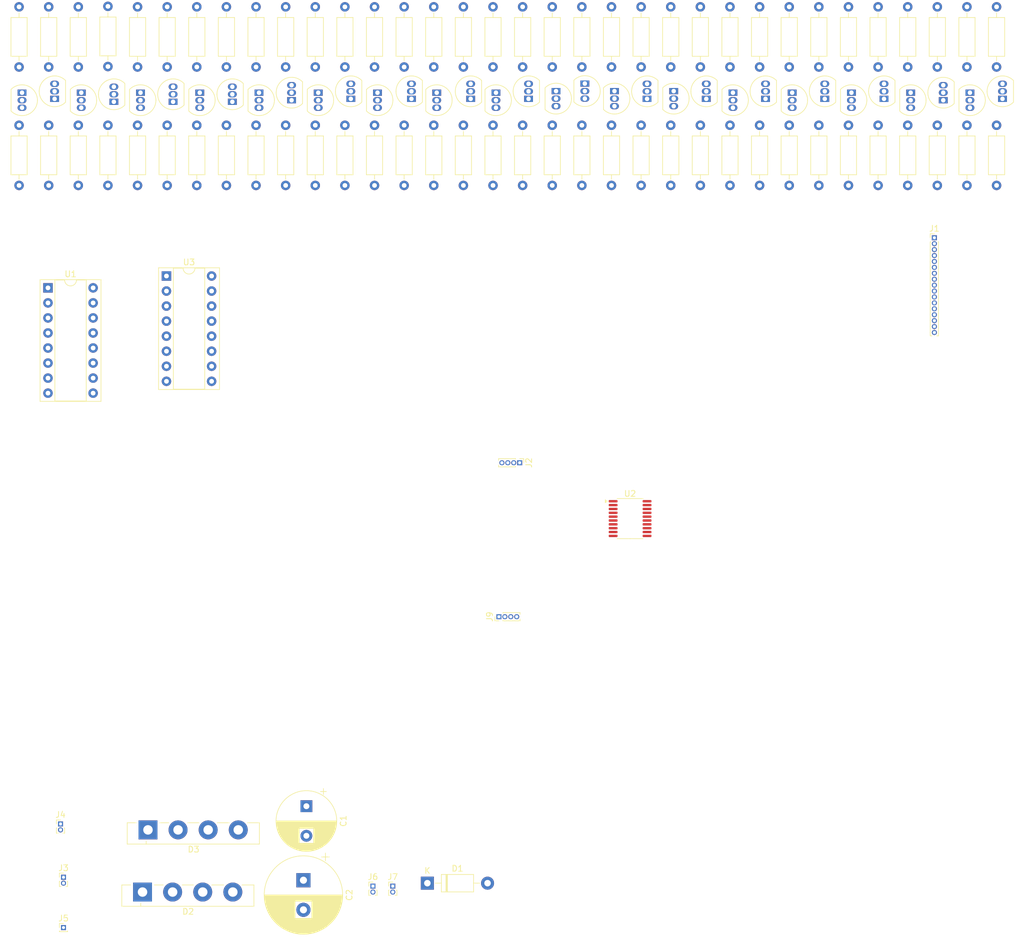
<source format=kicad_pcb>
(kicad_pcb (version 20240108) (generator "pcbnew") (generator_version "8.0")
  (layers (0 "F.Cu" signal) (31 "B.Cu" signal) (34 "B.Paste" user) (35 "F.Paste" user) (36 "B.SilkS" user "B.Silkscreen") (37 "F.SilkS" user "F.Silkscreen") (38 "B.Mask" user) (39 "F.Mask" user) (44 "Edge.Cuts" user))
  (net 0 "")
  (net 1 "+5V")
  (net 2 "GND")
  (net 3 "/SWIO")
  (net 4 "/TX")
  (net 5 "/RX")
  (net 6 "Net-(Q1-C)")
  (net 7 "Net-(Q1-E)")
  (net 8 "Net-(Q2-E)")
  (net 9 "Net-(Q3-C)")
  (net 10 "Net-(Q3-E)")
  (net 11 "Net-(Q4-E)")
  (net 12 "Net-(Q5-E)")
  (net 13 "Net-(Q5-C)")
  (net 14 "Net-(Q6-E)")
  (net 15 "Net-(Q7-C)")
  (net 16 "Net-(Q7-E)")
  (net 17 "Net-(Q8-E)")
  (net 18 "Net-(Q9-E)")
  (net 19 "Net-(Q10-B)")
  (net 20 "Net-(Q10-E)")
  (net 21 "Net-(Q11-C)")
  (net 22 "Net-(Q11-E)")
  (net 23 "Net-(Q12-E)")
  (net 24 "Net-(Q13-C)")
  (net 25 "Net-(Q13-E)")
  (net 26 "Net-(Q14-E)")
  (net 27 "Net-(Q15-E)")
  (net 28 "Net-(Q15-C)")
  (net 29 "Net-(Q16-E)")
  (net 30 "Net-(Q17-E)")
  (net 31 "Net-(Q17-C)")
  (net 32 "Net-(Q18-E)")
  (net 33 "Net-(Q19-E)")
  (net 34 "Net-(Q19-C)")
  (net 35 "Net-(Q20-E)")
  (net 36 "Net-(Q21-C)")
  (net 37 "Net-(Q21-E)")
  (net 38 "Net-(Q22-E)")
  (net 39 "Net-(Q23-C)")
  (net 40 "Net-(Q23-E)")
  (net 41 "Net-(Q24-E)")
  (net 42 "Net-(Q25-E)")
  (net 43 "Net-(Q25-C)")
  (net 44 "Net-(Q26-E)")
  (net 45 "Net-(Q27-C)")
  (net 46 "Net-(Q27-E)")
  (net 47 "Net-(Q28-E)")
  (net 48 "Net-(Q29-E)")
  (net 49 "Net-(Q29-C)")
  (net 50 "Net-(Q30-E)")
  (net 51 "Net-(Q31-E)")
  (net 52 "Net-(Q31-C)")
  (net 53 "Net-(Q32-E)")
  (net 54 "Net-(Q33-C)")
  (net 55 "Net-(Q33-E)")
  (net 56 "Net-(Q34-E)")
  (net 57 "+27V")
  (net 58 "/SER")
  (net 59 "/SRCLK")
  (net 61 "+3.3V")
  (net 63 "/NRST")
  (net 67 "Net-(D2--)")
  (net 68 "Net-(D1-A)")
  (net 69 "Net-(J3-Pin_1)")
  (net 70 "Net-(D2-+)")
  (net 71 "Net-(J3-Pin_2)")
  (net 72 "Net-(J4-Pin_1)")
  (net 73 "Net-(J4-Pin_2)")
  (net 82 "/G_LOW")
  (net 83 "/H_LOW")
  (net 84 "/SEG2_HIGH")
  (net 85 "/SEG3_HIGH")
  (net 86 "/H_HIGH")
  (net 87 "/F_HIGH")
  (net 88 "/B_HIGH")
  (net 89 "/SEG4_HIGH")
  (net 90 "/SEG6_HIGH")
  (net 91 "/SEG1_HIGH")
  (net 92 "/SEG9_HIGH")
  (net 93 "/SEG8_HIGH")
  (net 94 "/C_HIGH")
  (net 95 "/G_HIGH")
  (net 96 "/D_HIGH")
  (net 97 "/SEG5_HIGH")
  (net 98 "/SEG7_HIGH")
  (net 99 "/E_HIGH")
  (net 100 "/A_HIGH")
  (net 101 "/A_LOW")
  (net 102 "/B_LOW")
  (net 103 "/C_LOW")
  (net 104 "/D_LOW")
  (net 105 "/E_LOW")
  (net 106 "/F_LOW")
  (net 107 "/SEG1_LOW")
  (net 108 "/SEG2_LOW")
  (net 109 "/SEG3_LOW")
  (net 110 "/SEG4_LOW")
  (net 111 "/SEG5_LOW")
  (net 112 "/SEG6_LOW")
  (net 113 "/SEG7_LOW")
  (net 114 "/SEG8_LOW")
  (net 115 "/SEG9_LOW")
  (footprint "Resistor_THT:R_Axial_DIN0207_L6.3mm_D2.5mm_P10.16mm_Horizontal" (layer "F.Cu") (at 111.5 16 -90)
    (property "Reference" "R39" (hide yes))
    (property "Value" "100")
    (pad "1" thru_hole circle (at 0 0 270) (size 1.6 1.6) (drill 0.8) (layers "*.Cu" "*.Mask") (net 57 "+27V"))
    (pad "2" thru_hole oval (at 10.16 0 270) (size 1.6 1.6) (drill 0.8) (layers "*.Cu" "*.Mask") (net 35 "Net-(Q20-E)"))
  )
  (footprint "Package_TO_SOT_THT:TO-92_Inline" (layer "F.Cu") (at 107.14 30.23 -90)
    (property "Reference" "Q19" (hide yes))
    (property "Value" "BC237")
    (pad "1" thru_hole rect (at 0 0 270) (size 1.05 1.5) (drill 0.75) (layers "*.Cu" "*.Mask") (net 34 "Net-(Q19-C)"))
    (pad "2" thru_hole oval (at 1.27 0 270) (size 1.05 1.5) (drill 0.75) (layers "*.Cu" "*.Mask") (net 108 "/SEG2_LOW"))
    (pad "3" thru_hole oval (at 2.54 0 270) (size 1.05 1.5) (drill 0.75) (layers "*.Cu" "*.Mask") (net 33 "Net-(Q19-E)"))
  )
  (footprint "Resistor_THT:R_Axial_DIN0207_L6.3mm_D2.5mm_P10.16mm_Horizontal" (layer "F.Cu") (at 131.5 36 -90)
    (property "Reference" "R48" (hide yes))
    (property "Value" "47k")
    (pad "1" thru_hole circle (at 0 0 270) (size 1.6 1.6) (drill 0.8) (layers "*.Cu" "*.Mask") (net 89 "/SEG4_HIGH"))
    (pad "2" thru_hole oval (at 10.16 0 270) (size 1.6 1.6) (drill 0.8) (layers "*.Cu" "*.Mask") (net 2 "GND"))
  )
  (footprint "Connector_PinHeader_1.00mm:PinHeader_1x04_P1.00mm_Vertical" (layer "F.Cu") (at 101 93 -90)
    (property "Reference" "J2" (at 0 -1.56 90) (layer "F.SilkS"))
    (property "Value" "CH32V003 PROG")
    (pad "1" thru_hole rect (at 0 0 270) (size 0.85 0.85) (drill 0.5) (layers "*.Cu" "*.Mask") (net 2 "GND"))
    (pad "2" thru_hole oval (at 0 1 270) (size 0.85 0.85) (drill 0.5) (layers "*.Cu" "*.Mask") (net 63 "/NRST"))
    (pad "3" thru_hole oval (at 0 2 270) (size 0.85 0.85) (drill 0.5) (layers "*.Cu" "*.Mask") (net 3 "/SWIO"))
    (pad "4" thru_hole oval (at 0 3 270) (size 0.85 0.85) (drill 0.5) (layers "*.Cu" "*.Mask") (net 1 "+5V"))
  )
  (footprint "Connector_PinHeader_1.00mm:PinHeader_1x02_P1.00mm_Vertical" (layer "F.Cu") (at 76.23 164.5)
    (property "Reference" "J6" (at 0 -1.56 0) (layer "F.SilkS"))
    (property "Value" "Step-down IN")
    (pad "1" thru_hole rect (at 0 0) (size 0.85 0.85) (drill 0.5) (layers "*.Cu" "*.Mask") (net 67 "Net-(D2--)"))
    (pad "2" thru_hole oval (at 0 1) (size 0.85 0.85) (drill 0.5) (layers "*.Cu" "*.Mask") (net 70 "Net-(D2-+)"))
  )
  (footprint "Resistor_THT:R_Axial_DIN0207_L6.3mm_D2.5mm_P10.16mm_Horizontal" (layer "F.Cu") (at 91.5 16 -90)
    (property "Reference" "R31" (hide yes))
    (property "Value" "100")
    (pad "1" thru_hole circle (at 0 0 270) (size 1.6 1.6) (drill 0.8) (layers "*.Cu" "*.Mask") (net 57 "+27V"))
    (pad "2" thru_hole oval (at 10.16 0 270) (size 1.6 1.6) (drill 0.8) (layers "*.Cu" "*.Mask") (net 29 "Net-(Q16-E)"))
  )
  (footprint "Package_TO_SOT_THT:TO-92_Inline" (layer "F.Cu") (at 177 30.5 -90)
    (property "Reference" "Q33" (hide yes))
    (property "Value" "BC237")
    (pad "1" thru_hole rect (at 0 0 270) (size 1.05 1.5) (drill 0.75) (layers "*.Cu" "*.Mask") (net 54 "Net-(Q33-C)"))
    (pad "2" thru_hole oval (at 1.27 0 270) (size 1.05 1.5) (drill 0.75) (layers "*.Cu" "*.Mask") (net 115 "/SEG9_LOW"))
    (pad "3" thru_hole oval (at 2.54 0 270) (size 1.05 1.5) (drill 0.75) (layers "*.Cu" "*.Mask") (net 55 "Net-(Q33-E)"))
  )
  (footprint "Package_TO_SOT_THT:TO-92_Inline" (layer "F.Cu") (at 32.5 32.04 90)
    (property "Reference" "Q4" (hide yes))
    (property "Value" "BC307")
    (pad "1" thru_hole rect (at 0 0 90) (size 1.05 1.5) (drill 0.75) (layers "*.Cu" "*.Mask") (net 88 "/B_HIGH"))
    (pad "2" thru_hole oval (at 1.27 0 90) (size 1.05 1.5) (drill 0.75) (layers "*.Cu" "*.Mask") (net 9 "Net-(Q3-C)"))
    (pad "3" thru_hole oval (at 2.54 0 90) (size 1.05 1.5) (drill 0.75) (layers "*.Cu" "*.Mask") (net 11 "Net-(Q4-E)"))
  )
  (footprint "Package_TO_SOT_THT:TO-92_Inline" (layer "F.Cu") (at 152.5 31.54 90)
    (property "Reference" "Q28" (hide yes))
    (property "Value" "BC307")
    (pad "1" thru_hole rect (at 0 0 90) (size 1.05 1.5) (drill 0.75) (layers "*.Cu" "*.Mask") (net 90 "/SEG6_HIGH"))
    (pad "2" thru_hole oval (at 1.27 0 90) (size 1.05 1.5) (drill 0.75) (layers "*.Cu" "*.Mask") (net 45 "Net-(Q27-C)"))
    (pad "3" thru_hole oval (at 2.54 0 90) (size 1.05 1.5) (drill 0.75) (layers "*.Cu" "*.Mask") (net 47 "Net-(Q28-E)"))
  )
  (footprint "Resistor_THT:R_Axial_DIN0207_L6.3mm_D2.5mm_P10.16mm_Horizontal" (layer "F.Cu") (at 96.5 36 -90)
    (property "Reference" "R34" (hide yes))
    (property "Value" "4.7k")
    (pad "1" thru_hole circle (at 0 0 270) (size 1.6 1.6) (drill 0.8) (layers "*.Cu" "*.Mask") (net 30 "Net-(Q17-E)"))
    (pad "2" thru_hole oval (at 10.16 0 270) (size 1.6 1.6) (drill 0.8) (layers "*.Cu" "*.Mask") (net 2 "GND"))
  )
  (footprint "Resistor_THT:R_Axial_DIN0207_L6.3mm_D2.5mm_P10.16mm_Horizontal" (layer "F.Cu") (at 171.5 16 -90)
    (property "Reference" "R63" (hide yes))
    (property "Value" "100")
    (pad "1" thru_hole circle (at 0 0 270) (size 1.6 1.6) (drill 0.8) (layers "*.Cu" "*.Mask") (net 57 "+27V"))
    (pad "2" thru_hole oval (at 10.16 0 270) (size 1.6 1.6) (drill 0.8) (layers "*.Cu" "*.Mask") (net 53 "Net-(Q32-E)"))
  )
  (footprint "Resistor_THT:R_Axial_DIN0207_L6.3mm_D2.5mm_P10.16mm_Horizontal" (layer "F.Cu") (at 31.5 15.92 -90)
    (property "Reference" "R7" (hide yes))
    (property "Value" "100")
    (pad "1" thru_hole circle (at 0 0 270) (size 1.6 1.6) (drill 0.8) (layers "*.Cu" "*.Mask") (net 57 "+27V"))
    (pad "2" thru_hole oval (at 10.16 0 270) (size 1.6 1.6) (drill 0.8) (layers "*.Cu" "*.Mask") (net 11 "Net-(Q4-E)"))
  )
  (footprint "Resistor_THT:R_Axial_DIN0207_L6.3mm_D2.5mm_P10.16mm_Horizontal" (layer "F.Cu") (at 176.5 16 -90)
    (property "Reference" "R65" (hide yes))
    (property "Value" "2k")
    (pad "1" thru_hole circle (at 0 0 270) (size 1.6 1.6) (drill 0.8) (layers "*.Cu" "*.Mask") (net 57 "+27V"))
    (pad "2" thru_hole oval (at 10.16 0 270) (size 1.6 1.6) (drill 0.8) (layers "*.Cu" "*.Mask") (net 54 "Net-(Q33-C)"))
  )
  (footprint "Resistor_THT:R_Axial_DIN0207_L6.3mm_D2.5mm_P10.16mm_Horizontal" (layer "F.Cu") (at 51.5 16 -90)
    (property "Reference" "R15" (hide yes))
    (property "Value" "100")
    (pad "1" thru_hole circle (at 0 0 270) (size 1.6 1.6) (drill 0.8) (layers "*.Cu" "*.Mask") (net 57 "+27V"))
    (pad "2" thru_hole oval (at 10.16 0 270) (size 1.6 1.6) (drill 0.8) (layers "*.Cu" "*.Mask") (net 17 "Net-(Q8-E)"))
  )
  (footprint "Package_TO_SOT_THT:TO-92_Inline" (layer "F.Cu") (at 122.5 31.54 90)
    (property "Reference" "Q22" (hide yes))
    (property "Value" "BC307")
    (pad "1" thru_hole rect (at 0 0 90) (size 1.05 1.5) (drill 0.75) (layers "*.Cu" "*.Mask") (net 85 "/SEG3_HIGH"))
    (pad "2" thru_hole oval (at 1.27 0 90) (size 1.05 1.5) (drill 0.75) (layers "*.Cu" "*.Mask") (net 36 "Net-(Q21-C)"))
    (pad "3" thru_hole oval (at 2.54 0 90) (size 1.05 1.5) (drill 0.75) (layers "*.Cu" "*.Mask") (net 38 "Net-(Q22-E)"))
  )
  (footprint "Package_TO_SOT_THT:TO-92_Inline" (layer "F.Cu") (at 72.5 31.54 90)
    (property "Reference" "Q12" (hide yes))
    (property "Value" "BC307")
    (pad "1" thru_hole rect (at 0 0 90) (size 1.05 1.5) (drill 0.75) (layers "*.Cu" "*.Mask") (net 87 "/F_HIGH"))
    (pad "2" thru_hole oval (at 1.27 0 90) (size 1.05 1.5) (drill 0.75) (layers "*.Cu" "*.Mask") (net 21 "Net-(Q11-C)"))
    (pad "3" thru_hole oval (at 2.54 0 90) (size 1.05 1.5) (drill 0.75) (layers "*.Cu" "*.Mask") (net 23 "Net-(Q12-E)"))
  )
  (footprint "Package_TO_SOT_THT:TO-92_Inline" (layer "F.Cu") (at 22.5 31.54 90)
    (property "Reference" "Q2" (hide yes))
    (property "Value" "BC307")
    (pad "1" thru_hole rect (at 0 0 90) (size 1.05 1.5) (drill 0.75) (layers "*.Cu" "*.Mask") (net 100 "/A_HIGH"))
    (pad "2" thru_hole oval (at 1.27 0 90) (size 1.05 1.5) (drill 0.75) (layers "*.Cu" "*.Mask") (net 6 "Net-(Q1-C)"))
    (pad "3" thru_hole oval (at 2.54 0 90) (size 1.05 1.5) (drill 0.75) (layers "*.Cu" "*.Mask") (net 8 "Net-(Q2-E)"))
  )
  (footprint "Resistor_THT:R_Axial_DIN0207_L6.3mm_D2.5mm_P10.16mm_Horizontal" (layer "F.Cu") (at 26.5 36 -90)
    (property "Reference" "R6" (hide yes))
    (property "Value" "4.7k")
    (pad "1" thru_hole circle (at 0 0 270) (size 1.6 1.6) (drill 0.8) (layers "*.Cu" "*.Mask") (net 10 "Net-(Q3-E)"))
    (pad "2" thru_hole oval (at 10.16 0 270) (size 1.6 1.6) (drill 0.8) (layers "*.Cu" "*.Mask") (net 2 "GND"))
  )
  (footprint "Resistor_THT:R_Axial_DIN0207_L6.3mm_D2.5mm_P10.16mm_Horizontal" (layer "F.Cu") (at 141.5 16 -90)
    (property "Reference" "R51" (hide yes))
    (property "Value" "100")
    (pad "1" thru_hole circle (at 0 0 270) (size 1.6 1.6) (drill 0.8) (layers "*.Cu" "*.Mask") (net 57 "+27V"))
    (pad "2" thru_hole oval (at 10.16 0 270) (size 1.6 1.6) (drill 0.8) (layers "*.Cu" "*.Mask") (net 44 "Net-(Q26-E)"))
  )
  (footprint "Package_TO_SOT_THT:TO-92_Inline" (layer "F.Cu") (at 47 30.5 -90)
    (property "Reference" "Q7" (hide yes))
    (property "Value" "BC237")
    (pad "1" thru_hole rect (at 0 0 270) (size 1.05 1.5) (drill 0.75) (layers "*.Cu" "*.Mask") (net 15 "Net-(Q7-C)"))
    (pad "2" thru_hole oval (at 1.27 0 270) (size 1.05 1.5) (drill 0.75) (layers "*.Cu" "*.Mask") (net 104 "/D_LOW"))
    (pad "3" thru_hole oval (at 2.54 0 270) (size 1.05 1.5) (drill 0.75) (layers "*.Cu" "*.Mask") (net 16 "Net-(Q7-E)"))
  )
  (footprint "Resistor_THT:R_Axial_DIN0207_L6.3mm_D2.5mm_P10.16mm_Horizontal" (layer "F.Cu") (at 161.5 16 -90)
    (property "Reference" "R59" (hide yes))
    (property "Value" "100")
    (pad "1" thru_hole circle (at 0 0 270) (size 1.6 1.6) (drill 0.8) (layers "*.Cu" "*.Mask") (net 57 "+27V"))
    (pad "2" thru_hole oval (at 10.16 0 270) (size 1.6 1.6) (drill 0.8) (layers "*.Cu" "*.Mask") (net 50 "Net-(Q30-E)"))
  )
  (footprint "Resistor_THT:R_Axial_DIN0207_L6.3mm_D2.5mm_P10.16mm_Horizontal" (layer "F.Cu") (at 56.5 36 -90)
    (property "Reference" "R18" (hide yes))
    (property "Value" "4.7k")
    (pad "1" thru_hole circle (at 0 0 270) (size 1.6 1.6) (drill 0.8) (layers "*.Cu" "*.Mask") (net 18 "Net-(Q9-E)"))
    (pad "2" thru_hole oval (at 10.16 0 270) (size 1.6 1.6) (drill 0.8) (layers "*.Cu" "*.Mask") (net 2 "GND"))
  )
  (footprint "Package_TO_SOT_THT:TO-92_Inline" (layer "F.Cu") (at 112 28.96 -90)
    (property "Reference" "Q20" (hide yes))
    (property "Value" "BC307")
    (pad "1" thru_hole rect (at 0 0 270) (size 1.05 1.5) (drill 0.75) (layers "*.Cu" "*.Mask") (net 91 "/SEG1_HIGH"))
    (pad "2" thru_hole oval (at 1.27 0 270) (size 1.05 1.5) (drill 0.75) (layers "*.Cu" "*.Mask") (net 34 "Net-(Q19-C)"))
    (pad "3" thru_hole oval (at 2.54 0 270) (size 1.05 1.5) (drill 0.75) (layers "*.Cu" "*.Mask") (net 35 "Net-(Q20-E)"))
  )
  (footprint "Resistor_THT:R_Axial_DIN0207_L6.3mm_D2.5mm_P10.16mm_Horizontal" (layer "F.Cu") (at 126.5 36 -90)
    (property "Reference" "R46" (hide yes))
    (property "Value" "4.7k")
    (pad "1" thru_hole circle (at 0 0 270) (size 1.6 1.6) (drill 0.8) (layers "*.Cu" "*.Mask") (net 40 "Net-(Q23-E)"))
    (pad "2" thru_hole oval (at 10.16 0 270) (size 1.6 1.6) (drill 0.8) (layers "*.Cu" "*.Mask") (net 2 "GND"))
  )
  (footprint "Resistor_THT:R_Axial_DIN0207_L6.3mm_D2.5mm_P10.16mm_Horizontal" (layer "F.Cu") (at 101.5 16 -90)
    (property "Reference" "R35" (hide yes))
    (property "Value" "100")
    (pad "1" thru_hole circle (at 0 0 270) (size 1.6 1.6) (drill 0.8) (layers "*.Cu" "*.Mask") (net 57 "+27V"))
    (pad "2" thru_hole oval (at 10.16 0 270) (size 1.6 1.6) (drill 0.8) (layers "*.Cu" "*.Mask") (net 32 "Net-(Q18-E)"))
  )
  (footprint "Resistor_THT:R_Axial_DIN0207_L6.3mm_D2.5mm_P10.16mm_Horizontal" (layer "F.Cu") (at 71.5 16 -90)
    (property "Reference" "R23" (hide yes))
    (property "Value" "100")
    (pad "1" thru_hole circle (at 0 0 270) (size 1.6 1.6) (drill 0.8) (layers "*.Cu" "*.Mask") (net 57 "+27V"))
    (pad "2" thru_hole oval (at 10.16 0 270) (size 1.6 1.6) (drill 0.8) (layers "*.Cu" "*.Mask") (net 23 "Net-(Q12-E)"))
  )
  (footprint "Package_TO_SOT_THT:TO-92_Inline" (layer "F.Cu") (at 92.73 31.54 90)
    (property "Reference" "Q16" (hide yes))
    (property "Value" "BC307")
    (pad "1" thru_hole rect (at 0 0 90) (size 1.05 1.5) (drill 0.75) (layers "*.Cu" "*.Mask") (net 86 "/H_HIGH"))
    (pad "2" thru_hole oval (at 1.27 0 90) (size 1.05 1.5) (drill 0.75) (layers "*.Cu" "*.Mask") (net 28 "Net-(Q15-C)"))
    (pad "3" thru_hole oval (at 2.54 0 90) (size 1.05 1.5) (drill 0.75) (layers "*.Cu" "*.Mask") (net 29 "Net-(Q16-E)"))
  )
  (footprint "Connector_PinHeader_1.00mm:PinHeader_1x17_P1.00mm_Vertical" (layer "F.Cu") (at 171 55)
    (property "Reference" "J1" (at 0 -1.56 0) (layer "F.SilkS"))
    (property "Value" "Grids and Anodes")
    (pad "1" thru_hole rect (at 0 0) (size 0.85 0.85) (drill 0.5) (layers "*.Cu" "*.Mask") (net 92 "/SEG9_HIGH"))
    (pad "2" thru_hole oval (at 0 1) (size 0.85 0.85) (drill 0.5) (layers "*.Cu" "*.Mask") (net 93 "/SEG8_HIGH"))
    (pad "3" thru_hole oval (at 0 2) (size 0.85 0.85) (drill 0.5) (layers "*.Cu" "*.Mask") (net 98 "/SEG7_HIGH"))
    (pad "4" thru_hole oval (at 0 3) (size 0.85 0.85) (drill 0.5) (layers "*.Cu" "*.Mask") (net 90 "/SEG6_HIGH"))
    (pad "5" thru_hole oval (at 0 4) (size 0.85 0.85) (drill 0.5) (layers "*.Cu" "*.Mask") (net 97 "/SEG5_HIGH"))
    (pad "6" thru_hole oval (at 0 5) (size 0.85 0.85) (drill 0.5) (layers "*.Cu" "*.Mask") (net 89 "/SEG4_HIGH"))
    (pad "7" thru_hole oval (at 0 6) (size 0.85 0.85) (drill 0.5) (layers "*.Cu" "*.Mask") (net 85 "/SEG3_HIGH"))
    (pad "8" thru_hole oval (at 0 7) (size 0.85 0.85) (drill 0.5) (layers "*.Cu" "*.Mask") (net 84 "/SEG2_HIGH"))
    (pad "9" thru_hole oval (at 0 8) (size 0.85 0.85) (drill 0.5) (layers "*.Cu" "*.Mask") (net 91 "/SEG1_HIGH"))
    (pad "10" thru_hole oval (at 0 9) (size 0.85 0.85) (drill 0.5) (layers "*.Cu" "*.Mask") (net 100 "/A_HIGH"))
    (pad "11" thru_hole oval (at 0 10) (size 0.85 0.85) (drill 0.5) (layers "*.Cu" "*.Mask") (net 88 "/B_HIGH"))
    (pad "12" thru_hole oval (at 0 11) (size 0.85 0.85) (drill 0.5) (layers "*.Cu" "*.Mask") (net 94 "/C_HIGH"))
    (pad "13" thru_hole oval (at 0 12) (size 0.85 0.85) (drill 0.5) (layers "*.Cu" "*.Mask") (net 96 "/D_HIGH"))
    (pad "14" thru_hole oval (at 0 13) (size 0.85 0.85) (drill 0.5) (layers "*.Cu" "*.Mask") (net 99 "/E_HIGH"))
    (pad "15" thru_hole oval (at 0 14) (size 0.85 0.85) (drill 0.5) (layers "*.Cu" "*.Mask") (net 87 "/F_HIGH"))
    (pad "16" thru_hole oval (at 0 15) (size 0.85 0.85) (drill 0.5) (layers "*.Cu" "*.Mask") (net 95 "/G_HIGH"))
    (pad "17" thru_hole oval (at 0 16) (size 0.85 0.85) (drill 0.5) (layers "*.Cu" "*.Mask") (net 86 "/H_HIGH"))
  )
  (footprint "Connector_PinHeader_1.00mm:PinHeader_1x04_P1.00mm_Vertical" (layer "F.Cu") (at 97.5 119 90)
    (property "Reference" "J9" (at 0 -1.56 90) (layer "F.SilkS"))
    (property "Value" "GPS Header")
    (pad "1" thru_hole rect (at 0 0 90) (size 0.85 0.85) (drill 0.5) (layers "*.Cu" "*.Mask") (net 1 "+5V"))
    (pad "2" thru_hole oval (at 0 1 90) (size 0.85 0.85) (drill 0.5) (layers "*.Cu" "*.Mask") (net 5 "/RX"))
    (pad "3" thru_hole oval (at 0 2 90) (size 0.85 0.85) (drill 0.5) (layers "*.Cu" "*.Mask") (net 4 "/TX"))
    (pad "4" thru_hole oval (at 0 3 90) (size 0.85 0.85) (drill 0.5) (layers "*.Cu" "*.Mask") (net 2 "GND"))
  )
  (footprint "Package_TO_SOT_THT:TO-92_Inline" (layer "F.Cu") (at 167 30.5 -90)
    (property "Reference" "Q31" (hide yes))
    (property "Value" "BC237")
    (pad "1" thru_hole rect (at 0 0 270) (size 1.05 1.5) (drill 0.75) (layers "*.Cu" "*.Mask") (net 52 "Net-(Q31-C)"))
    (pad "2" thru_hole oval (at 1.27 0 270) (size 1.05 1.5) (drill 0.75) (layers "*.Cu" "*.Mask") (net 114 "/SEG8_LOW"))
    (pad "3" thru_hole oval (at 2.54 0 270) (size 1.05 1.5) (drill 0.75) (layers "*.Cu" "*.Mask") (net 51 "Net-(Q31-E)"))
  )
  (footprint "Resistor_THT:R_Axial_DIN0207_L6.3mm_D2.5mm_P10.16mm_Horizontal" (layer "F.Cu") (at 181.5 16 -90)
    (property "Reference" "R67" (hide yes))
    (property "Value" "100")
    (pad "1" thru_hole circle (at 0 0 270) (size 1.6 1.6) (drill 0.8) (layers "*.Cu" "*.Mask") (net 57 "+27V"))
    (pad "2" thru_hole oval (at 10.16 0 270) (size 1.6 1.6) (drill 0.8) (layers "*.Cu" "*.Mask") (net 56 "Net-(Q34-E)"))
  )
  (footprint "Resistor_THT:R_Axial_DIN0207_L6.3mm_D2.5mm_P10.16mm_Horizontal" (layer "F.Cu") (at 136.5 16 -90)
    (property "Reference" "R49" (hide yes))
    (property "Value" "2k")
    (pad "1" thru_hole circle (at 0 0 270) (size 1.6 1.6) (drill 0.8) (layers "*.Cu" "*.Mask") (net 57 "+27V"))
    (pad "2" thru_hole oval (at 10.16 0 270) (size 1.6 1.6) (drill 0.8) (layers "*.Cu" "*.Mask") (net 43 "Net-(Q25-C)"))
  )
  (footprint "Resistor_THT:R_Axial_DIN0207_L6.3mm_D2.5mm_P10.16mm_Horizontal" (layer "F.Cu") (at 106.5 36 -90)
    (property "Reference" "R38" (hide yes))
    (property "Value" "4.7k")
    (pad "1" thru_hole circle (at 0 0 270) (size 1.6 1.6) (drill 0.8) (layers "*.Cu" "*.Mask") (net 33 "Net-(Q19-E)"))
    (pad "2" thru_hole oval (at 10.16 0 270) (size 1.6 1.6) (drill 0.8) (layers "*.Cu" "*.Mask") (net 2 "GND"))
  )
  (footprint "Resistor_THT:R_Axial_DIN0207_L6.3mm_D2.5mm_P10.16mm_Horizontal" (layer "F.Cu") (at 41.5 16 -90)
    (property "Reference" "R11" (hide yes))
    (property "Value" "100")
    (pad "1" thru_hole circle (at 0 0 270) (size 1.6 1.6) (drill 0.8) (layers "*.Cu" "*.Mask") (net 57 "+27V"))
    (pad "2" thru_hole oval (at 10.16 0 270) (size 1.6 1.6) (drill 0.8) (layers "*.Cu" "*.Mask") (net 14 "Net-(Q6-E)"))
  )
  (footprint "Resistor_THT:R_Axial_DIN0207_L6.3mm_D2.5mm_P10.16mm_Horizontal" (layer "F.Cu") (at 156.5 36 -90)
    (property "Reference" "R58" (hide yes))
    (property "Value" "4.7k")
    (pad "1" thru_hole circle (at 0 0 270) (size 1.6 1.6) (drill 0.8) (layers "*.Cu" "*.Mask") (net 48 "Net-(Q29-E)"))
    (pad "2" thru_hole oval (at 10.16 0 270) (size 1.6 1.6) (drill 0.8) (layers "*.Cu" "*.Mask") (net 2 "GND"))
  )
  (footprint "Resistor_THT:R_Axial_DIN0207_L6.3mm_D2.5mm_P10.16mm_Horizontal" (layer "F.Cu") (at 16.5 36 -90)
    (property "Reference" "R3" (hide yes))
    (property "Value" "4.7k")
    (pad "1" thru_hole circle (at 0 0 270) (size 1.6 1.6) (drill 0.8) (layers "*.Cu" "*.Mask") (net 7 "Net-(Q1-E)"))
    (pad "2" thru_hole oval (at 10.16 0 270) (size 1.6 1.6) (drill 0.8) (layers "*.Cu" "*.Mask") (net 2 "GND"))
  )
  (footprint "Resistor_THT:R_Axial_DIN0207_L6.3mm_D2.5mm_P10.16mm_Horizontal" (layer "F.Cu") (at 126.5 16 -90)
    (property "Reference" "R45" (hide yes))
    (property "Value" "2k")
    (pad "1" thru_hole circle (at 0 0 270) (size 1.6 1.6) (drill 0.8) (layers "*.Cu" "*.Mask") (net 57 "+27V"))
    (pad "2" thru_hole oval (at 10.16 0 270) (size 1.6 1.6) (drill 0.8) (layers "*.Cu" "*.Mask") (net 39 "Net-(Q23-C)"))
  )
  (footprint "Resistor_THT:R_Axial_DIN0207_L6.3mm_D2.5mm_P10.16mm_Horizontal" (layer "F.Cu") (at 21.5 36 -90)
    (property "Reference" "R4" (hide yes))
    (property "Value" "47k")
    (pad "1" thru_hole circle (at 0 0 270) (size 1.6 1.6) (drill 0.8) (layers "*.Cu" "*.Mask") (net 100 "/A_HIGH"))
    (pad "2" thru_hole oval (at 10.16 0 270) (size 1.6 1.6) (drill 0.8) (layers "*.Cu" "*.Mask") (net 2 "GND"))
  )
  (footprint "Resistor_THT:R_Axial_DIN0207_L6.3mm_D2.5mm_P10.16mm_Horizontal" (layer "F.Cu") (at 91.5 46.16 90)
    (property "Reference" "R32" (hide yes))
    (property "Value" "47k")
    (pad "1" thru_hole circle (at 0 0 90) (size 1.6 1.6) (drill 0.8) (layers "*.Cu" "*.Mask") (net 86 "/H_HIGH"))
    (pad "2" thru_hole oval (at 10.16 0 90) (size 1.6 1.6) (drill 0.8) (layers "*.Cu" "*.Mask") (net 2 "GND"))
  )
  (footprint "Package_TO_SOT_THT:TO-92_Inline" (layer "F.Cu") (at 142.5 31.54 90)
    (property "Reference" "Q26" (hide yes))
    (property "Value" "BC307")
    (pad "1" thru_hole rect (at 0 0 90) (size 1.05 1.5) (drill 0.75) (layers "*.Cu" "*.Mask") (net 97 "/SEG5_HIGH"))
    (pad "2" thru_hole oval (at 1.27 0 90) (size 1.05 1.5) (drill 0.75) (layers "*.Cu" "*.Mask") (net 43 "Net-(Q25-C)"))
    (pad "3" thru_hole oval (at 2.54 0 90) (size 1.05 1.5) (drill 0.75) (layers "*.Cu" "*.Mask") (net 44 "Net-(Q26-E)"))
  )
  (footprint "Resistor_THT:R_Axial_DIN0207_L6.3mm_D2.5mm_P10.16mm_Horizontal" (layer "F.Cu") (at 66.5 36 -90)
    (property "Reference" "R22" (hide yes))
    (property "Value" "4.7k")
    (pad "1" thru_hole circle (at 0 0 270) (size 1.6 1.6) (drill 0.8) (layers "*.Cu" "*.Mask") (net 22 "Net-(Q11-E)"))
    (pad "2" thru_hole oval (at 10.16 0 270) (size 1.6 1.6) (drill 0.8) (layers "*.Cu" "*.Mask") (net 2 "GND"))
  )
  (footprint "Package_TO_SOT_THT:TO-92_Inline" (layer "F.Cu") (at 82.73 31.54 90)
    (property "Reference" "Q14" (hide yes))
    (property "Value" "BC307")
    (pad "1" thru_hole rect (at 0 0 90) (size 1.05 1.5) (drill 0.75) (layers "*.Cu" "*.Mask") (net 95 "/G_HIGH"))
    (pad "2" thru_hole oval (at 1.27 0 90) (size 1.05 1.5) (drill 0.75) (layers "*.Cu" "*.Mask") (net 24 "Net-(Q13-C)"))
    (pad "3" thru_hole oval (at 2.54 0 90) (size 1.05 1.5) (drill 0.75) (layers "*.Cu" "*.Mask") (net 26 "Net-(Q14-E)"))
  )
  (footprint "Package_TO_SOT_THT:TO-92_Inline" (layer "F.Cu") (at 137 30.5 -90)
    (property "Reference" "Q25" (hide yes))
    (property "Value" "BC237")
    (pad "1" thru_hole rect (at 0 0 270) (size 1.05 1.5) (drill 0.75) (layers "*.Cu" "*.Mask") (net 43 "Net-(Q25-C)"))
    (pad "2" thru_hole oval (at 1.27 0 270) (size 1.05 1.5) (drill 0.75) (layers "*.Cu" "*.Mask") (net 111 "/SEG5_LOW"))
    (pad "3" thru_hole oval (at 2.54 0 270) (size 1.05 1.5) (drill 0.75) (layers "*.Cu" "*.Mask") (net 42 "Net-(Q25-E)"))
  )
  (footprint "Package_TO_SOT_THT:TO-92_Inline" (layer "F.Cu") (at 162.5 31.54 90)
    (property "Reference" "Q30" (hide yes))
    (property "Value" "BC307")
    (pad "1" thru_hole rect (at 0 0 90) (size 1.05 1.5) (drill 0.75) (layers "*.Cu" "*.Mask") (net 98 "/SEG7_HIGH"))
    (pad "2" thru_hole oval (at 1.27 0 90) (size 1.05 1.5) (drill 0.75) (layers "*.Cu" "*.Mask") (net 49 "Net-(Q29-C)"))
    (pad "3" thru_hole oval (at 2.54 0 90) (size 1.05 1.5) (drill 0.75) (layers "*.Cu" "*.Mask") (net 50 "Net-(Q30-E)"))
  )
  (footprint "Connector_PinHeader_1.00mm:PinHeader_1x02_P1.00mm_Vertical" (layer "F.Cu") (at 24 163)
    (property "Reference" "J3" (at 0 -1.56 0) (layer "F.SilkS"))
    (property "Value" "AC 15V")
    (pad "1" thru_hole rect (at 0 0) (size 0.85 0.85) (drill 0.5) (layers "*.Cu" "*.Mask") (net 69 "Net-(J3-Pin_1)"))
    (pad "2" thru_hole oval (at 0 1) (size 0.85 0.85) (drill 0.5) (layers "*.Cu" "*.Mask") (net 71 "Net-(J3-Pin_2)"))
  )
  (footprint "Resistor_THT:R_Axial_DIN0207_L6.3mm_D2.5mm_P10.16mm_Horizontal" (layer "F.Cu") (at 41.5 36 -90)
    (property "Reference" "R12" (hide yes))
    (property "Value" "47k")
    (pad "1" thru_hole circle (at 0 0 270) (size 1.6 1.6) (drill 0.8) (layers "*.Cu" "*.Mask") (net 94 "/C_HIGH"))
    (pad "2" thru_hole oval (at 10.16 0 270) (size 1.6 1.6) (drill 0.8) (layers "*.Cu" "*.Mask") (net 2 "GND"))
  )
  (footprint "Resistor_THT:R_Axial_DIN0207_L6.3mm_D2.5mm_P10.16mm_Horizontal" (layer "F.Cu") (at 156.5 16 -90)
    (property "Reference" "R57" (hide yes))
    (property "Value" "2k")
    (pad "1" thru_hole circle (at 0 0 270) (size 1.6 1.6) (drill 0.8) (layers "*.Cu" "*.Mask") (net 57 "+27V"))
    (pad "2" thru_hole oval (at 10.16 0 270) (size 1.6 1.6) (drill 0.8) (layers "*.Cu" "*.Mask") (net 49 "Net-(Q29-C)"))
  )
  (footprint "Resistor_THT:R_Axial_DIN0207_L6.3mm_D2.5mm_P10.16mm_Horizontal" (layer "F.Cu") (at 76.5 36 -90)
    (property "Reference" "R26" (hide yes))
    (property "Value" "4.7k")
    (pad "1" thru_hole circle (at 0 0 270) (size 1.6 1.6) (drill 0.8) (layers "*.Cu" "*.Mask") (net 25 "Net-(Q13-E)"))
    (pad "2" thru_hole oval (at 10.16 0 270) (size 1.6 1.6) (drill 0.8) (layers "*.Cu" "*.Mask") (net 2 "GND"))
  )
  (footprint "Connector_PinHeader_1.00mm:PinHeader_1x02_P1.00mm_Vertical" (layer "F.Cu") (at 23.5 154)
    (property "Reference" "J4" (at 0 -1.56 0) (layer "F.SilkS"))
    (property "Value" "AC 27V")
    (pad "1" thru_hole rect (at 0 0) (size 0.85 0.85) (drill 0.5) (layers "*.Cu" "*.Mask") (net 72 "Net-(J4-Pin_1)"))
    (pad "2" thru_hole oval (at 0 1) (size 0.85 0.85) (drill 0.5) (layers "*.Cu" "*.Mask") (net 73 "Net-(J4-Pin_2)"))
  )
  (footprint "Resistor_THT:R_Axial_DIN0207_L6.3mm_D2.5mm_P10.16mm_Horizontal" (layer "F.Cu") (at 121.5 36 -90)
    (property "Reference" "R44" (hide yes))
    (property "Value" "47k")
    (pad "1" thru_hole circle (at 0 0 270) (size 1.6 1.6) (drill 0.8) (layers "*.Cu" "*.Mask") (net 85 "/SEG3_HIGH"))
    (pad "2" thru_hole oval (at 10.16 0 270) (size 1.6 1.6) (drill 0.8) (layers "*.Cu" "*.Mask") (net 2 "GND"))
  )
  (footprint "Resistor_THT:R_Axial_DIN0207_L6.3mm_D2.5mm_P10.16mm_Horizontal" (layer "F.Cu") (at 16.5 16 -90)
    (property "Reference" "R1" (hide yes))
    (property "Value" "2k")
    (pad "1" thru_hole circle (at 0 0 270) (size 1.6 1.6) (drill 0.8) (layers "*.Cu" "*.Mask") (net 57 "+27V"))
    (pad "2" thru_hole oval (at 10.16 0 270) (size 1.6 1.6) (drill 0.8) (layers "*.Cu" "*.Mask") (net 6 "Net-(Q1-C)"))
  )
  (footprint "Package_TO_SOT_THT:TO-92_Inline" (layer "F.Cu") (at 87 30.5 -90)
    (property "Reference" "Q15" (hide yes))
    (property "Value" "BC237")
    (pad "1" thru_hole rect (at 0 0 270) (size 1.05 1.5) (drill 0.75) (layers "*.Cu" "*.Mask") (net 28 "Net-(Q15-C)"))
    (pad "2" thru_hole oval (at 1.27 0 270) (size 1.05 1.5) (drill 0.75) (layers "*.Cu" "*.Mask") (net 83 "/H_LOW"))
    (pad "3" thru_hole oval (at 2.54 0 270) (size 1.05 1.5) (drill 0.75) (layers "*.Cu" "*.Mask") (net 27 "Net-(Q15-E)"))
  )
  (footprint "Resistor_THT:R_Axial_DIN0207_L6.3mm_D2.5mm_P10.16mm_Horizontal" (layer "F.Cu") (at 131.5 16 -90)
    (property "Reference" "R47" (hide yes))
    (property "Value" "100")
    (pad "1" thru_hole circle (at 0 0 270) (size 1.6 1.6) (drill 0.8) (layers "*.Cu" "*.Mask") (net 57 "+27V"))
    (pad "2" thru_hole oval (at 10.16 0 270) (size 1.6 1.6) (drill 0.8) (layers "*.Cu" "*.Mask") (net 41 "Net-(Q24-E)"))
  )
  (footprint "Resistor_THT:R_Axial_DIN0207_L6.3mm_D2.5mm_P10.16mm_Horizontal" (layer "F.Cu") (at 176.5 36 -90)
    (property "Reference" "R66" (hide yes))
    (property "Value" "4.7k")
    (pad "1" thru_hole circle (at 0 0 270) (size 1.6 1.6) (drill 0.8) (layers "*.Cu" "*.Mask") (net 55 "Net-(Q33-E)"))
    (pad "2" thru_hole oval (at 10.16 0 270) (size 1.6 1.6) (drill 0.8) (layers "*.Cu" "*.Mask") (net 2 "GND"))
  )
  (footprint "Resistor_THT:R_Axial_DIN0207_L6.3mm_D2.5mm_P10.16mm_Horizontal" (layer "F.Cu") (at 81.5 16 -90)
    (property "Reference" "R27" (hide yes))
    (property "Value" "100")
    (pad "1" thru_hole circle (at 0 0 270) (size 1.6 1.6) (drill 0.8) (layers "*.Cu" "*.Mask") (net 57 "+27V"))
    (pad "2" thru_hole oval (at 10.16 0 270) (size 1.6 1.6) (drill 0.8) (layers "*.Cu" "*.Mask") (net 26 "Net-(Q14-E)"))
  )
  (footprint "Resistor_THT:R_Axial_DIN0207_L6.3mm_D2.5mm_P10.16mm_Horizontal" (layer "F.Cu") (at 146.5 16 -90)
    (property "Reference" "R53" (hide yes))
    (property "Value" "2k")
    (pad "1" thru_hole circle (at 0 0 270) (size 1.6 1.6) (drill 0.8) (layers "*.Cu" "*.Mask") (net 57 "+27V"))
    (pad "2" thru_hole oval (at 10.16 0 270) (size 1.6 1.6) (drill 0.8) (layers "*.Cu" "*.Mask") (net 45 "Net-(Q27-C)"))
  )
  (footprint "Resistor_THT:R_Axial_DIN0207_L6.3mm_D2.5mm_P10.16mm_Horizontal" (layer "F.Cu") (at 56.5 16 -90)
    (property "Reference" "R17" (hide yes))
    (property "Value" "2k")
    (pad "1" thru_hole circle (at 0 0 270) (size 1.6 1.6) (drill 0.8) (layers "*.Cu" "*.Mask") (net 57 "+27V"))
    (pad "2" thru_hole oval (at 10.16 0 270) (size 1.6 1.6) (drill 0.8) (layers "*.Cu" "*.Mask") (net 19 "Net-(Q10-B)"))
  )
  (footprint "Resistor_THT:R_Axial_DIN0207_L6.3mm_D2.5mm_P10.16mm_Horizontal" (layer "F.Cu") (at 166.5 16 -90)
    (property "Reference" "R61" (hide yes))
    (property "Value" "2k")
    (pad "1" thru_hole circle (at 0 0 270) (size 1.6 1.6) (drill 0.8) (layers "*.Cu" "*.Mask") (net 57 "+27V"))
    (pad "2" thru_hole oval (at 10.16 0 270) (size 1.6 1.6) (drill 0.8) (layers "*.Cu" "*.Mask") (net 52 "Net-(Q31-C)"))
  )
  (footprint "Resistor_THT:R_Axial_DIN0207_L6.3mm_D2.5mm_P10.16mm_Horizontal" (layer "F.Cu") (at 136.5 36 -90)
    (property "Reference" "R50" (hide yes))
    (property "Value" "4.7k")
    (pad "1" thru_hole circle (at 0 0 270) (size 1.6 1.6) (drill 0.8) (layers "*.Cu" "*.Mask") (net 42 "Net-(Q25-E)"))
    (pad "2" thru_hole oval (at 10.16 0 270) (size 1.6 1.6) (drill 0.8) (layers "*.Cu" "*.Mask") (net 2 "GND"))
  )
  (footprint "Resistor_THT:R_Axial_DIN0207_L6.3mm_D2.5mm_P10.16mm_Horizontal" (layer "F.Cu") (at 26.5 16 -90)
    (property "Reference" "R5" (hide yes))
    (property "Value" "2k")
    (pad "1" thru_hole circle (at 0 0 270) (size 1.6 1.6) (drill 0.8) (layers "*.Cu" "*.Mask") (net 57 "+27V"))
    (pad "2" thru_hole oval (at 10.16 0 270) (size 1.6 1.6) (drill 0.8) (layers "*.Cu" "*.Mask") (net 9 "Net-(Q3-C)"))
  )
  (footprint "Resistor_THT:R_Axial_DIN0207_L6.3mm_D2.5mm_P10.16mm_Horizontal" (layer "F.Cu") (at 96.5 16 -90)
    (property "Reference" "R33" (hide yes))
    (property "Value" "2k")
    (pad "1" thru_hole circle (at 0 0 270) (size 1.6 1.6) (drill 0.8) (layers "*.Cu" "*.Mask") (net 57 "+27V"))
    (pad "2" thru_hole oval (at 10.16 0 270) (size 1.6 1.6) (drill 0.8) (layers "*.Cu" "*.Mask") (net 31 "Net-(Q17-C)"))
  )
  (footprint "Resistor_THT:R_Axial_DIN0207_L6.3mm_D2.5mm_P10.16mm_Horizontal" (layer "F.Cu") (at 71.5 36 -90)
    (property "Reference" "R24" (hide yes))
    (property "Value" "47k")
    (pad "1" thru_hole circle (at 0 0 270) (size 1.6 1.6) (drill 0.8) (layers "*.Cu" "*.Mask") (net 87 "/F_HIGH"))
    (pad "2" thru_hole oval (at 10.16 0 270) (size 1.6 1.6) (drill 0.8) (layers "*.Cu" "*.Mask") (net 2 "GND"))
  )
  (footprint "Package_TO_SOT_THT:TO-92_Inline" (layer "F.Cu") (at 27 30.5 -90)
    (property "Reference" "Q3" (hide yes))
    (property "Value" "BC237")
    (pad "1" thru_hole rect (at 0 0 270) (size 1.05 1.5) (drill 0.75) (layers "*.Cu" "*.Mask") (net 9 "Net-(Q3-C)"))
    (pad "2" thru_hole oval (at 1.27 0 270) (size 1.05 1.5) (drill 0.75) (layers "*.Cu" "*.Mask") (net 102 "/B_LOW"))
    (pad "3" thru_hole oval (at 2.54 0 270) (size 1.05 1.5) (drill 0.75) (layers "*.Cu" "*.Mask") (net 10 "Net-(Q3-E)"))
  )
  (footprint "Resistor_THT:R_Axial_DIN0207_L6.3mm_D2.5mm_P10.16mm_Horizontal" (layer "F.Cu") (at 116.5 36 -90)
    (property "Reference" "R42" (hide yes))
    (property "Value" "4.7k")
    (pad "1" thru_hole circle (at 0 0 270) (size 1.6 1.6) (drill 0.8) (layers "*.Cu" "*.Mask") (net 37 "Net-(Q21-E)"))
    (pad "2" thru_hole oval (at 10.16 0 270) (size 1.6 1.6) (drill 0.8) (layers "*.Cu" "*.Mask") (net 2 "GND"))
  )
  (footprint "Resistor_THT:R_Axial_DIN0207_L6.3mm_D2.5mm_P10.16mm_Horizontal" (layer "F.Cu") (at 61.5 36 -90)
    (property "Reference" "R20" (hide yes))
    (property "Value" "47k")
    (pad "1" thru_hole circle (at 0 0 270) (size 1.6 1.6) (drill 0.8) (layers "*.Cu" "*.Mask") (net 99 "/E_HIGH"))
    (pad "2" thru_hole oval (at 10.16 0 270) (size 1.6 1.6) (drill 0.8) (layers "*.Cu" "*.Mask") (net 2 "GND"))
  )
  (footprint "Package_TO_SOT_THT:TO-92_Inline" (layer "F.Cu") (at 132.5 31.54 90)
    (property "Reference" "Q24" (hide yes))
    (property "Value" "BC307")
    (pad "1" thru_hole rect (at 0 0 90) (size 1.05 1.5) (drill 0.75) (layers "*.Cu" "*.Mask") (net 89 "/SEG4_HIGH"))
    (pad "2" thru_hole oval (at 1.27 0 90) (size 1.05 1.5) (drill 0.75) (layers "*.Cu" "*.Mask") (net 39 "Net-(Q23-C)"))
    (pad "3" thru_hole oval (at 2.54 0 90) (size 1.05 1.5) (drill 0.75) (layers "*.Cu" "*.Mask") (net 41 "Net-(Q24-E)"))
  )
  (footprint "Diode_THT:Diode_Bridge_Vishay_GBU" (layer "F.Cu") (at 37.34 165.5)
    (property "Reference" "D2" (at 7.7 3.3 0) (layer "F.SilkS"))
    (property "Value" "GBU4M")
    (pad "1" thru_hole rect (at 0 0) (size 3.2 3.2) (drill 1.6) (layers "*.Cu" "*.Mask") (net 70 "Net-(D2-+)"))
    (pad "2" thru_hole circle (at 5.08 0) (size 3.2 3.2) (drill 1.6) (layers "*.Cu" "*.Mask") (net 69 "Net-(J3-Pin_1)"))
    (pad "3" thru_hole circle (at 10.16 0) (size 3.2 3.2) (drill 1.6) (layers "*.Cu" "*.Mask") (net 71 "Net-(J3-Pin_2)"))
    (pad "4" thru_hole circle (at 15.24 0) (size 3.2 3.2) (drill 1.6) (layers "*.Cu" "*.Mask") (net 67 "Net-(D2--)"))
  )
  (footprint "Package_TO_SOT_THT:TO-92_Inline" (layer "F.Cu") (at 37 30.5 -90)
    (property "Reference" "Q5" (hide yes))
    (property "Value" "BC237")
    (pad "1" thru_hole rect (at 0 0 270) (size 1.05 1.5) (drill 0.75) (layers "*.Cu" "*.Mask") (net 13 "Net-(Q5-C)"))
    (pad "2" thru_hole oval (at 1.27 0 270) (size 1.05 1.5) (drill 0.75) (layers "*.Cu" "*.Mask") (net 103 "/C_LOW"))
    (pad "3" thru_hole oval (at 2.54 0 270) (size 1.05 1.5) (drill 0.75) (layers "*.Cu" "*.Mask") (net 12 "Net-(Q5-E)"))
  )
  (footprint "Resistor_THT:R_Axial_DIN0207_L6.3mm_D2.5mm_P10.16mm_Horizontal" (layer "F.Cu") (at 146.5 36 -90)
    (property "Reference" "R54" (hide yes))
    (property "Value" "4.7k")
    (pad "1" thru_hole circle (at 0 0 270) (size 1.6 1.6) (drill 0.8) (layers "*.Cu" "*.Mask") (net 46 "Net-(Q27-E)"))
    (pad "2" thru_hole oval (at 10.16 0 270) (size 1.6 1.6) (drill 0.8) (layers "*.Cu" "*.Mask") (net 2 "GND"))
  )
  (footprint "Resistor_THT:R_Axial_DIN0207_L6.3mm_D2.5mm_P10.16mm_Horizontal" (layer "F.Cu") (at 181.5 36 -90)
    (property "Reference" "R68" (hide yes))
    (property "Value" "47k")
    (pad "1" thru_hole circle (at 0 0 270) (size 1.6 1.6) (drill 0.8) (layers "*.Cu" "*.Mask") (net 92 "/SEG9_HIGH"))
    (pad "2" thru_hole oval (at 10.16 0 270) (size 1.6 1.6) (drill 0.8) (layers "*.Cu" "*.Mask") (net 2 "GND"))
  )
  (footprint "Package_TO_SOT_THT:TO-92_Inline" (layer "F.Cu") (at 57 30.5 -90)
    (property "Reference" "Q9" (hide yes))
    (property "Value" "BC237")
    (pad "1" thru_hole rect (at 0 0 270) (size 1.05 1.5) (drill 0.75) (layers "*.Cu" "*.Mask") (net 19 "Net-(Q10-B)"))
    (pad "2" thru_hole oval (at 1.27 0 270) (size 1.05 1.5) (drill 0.75) (layers "*.Cu" "*.Mask") (net 105 "/E_LOW"))
    (pad "3" thru_hole oval (at 2.54 0 270) (size 1.05 1.5) (drill 0.75) (layers "*.Cu" "*.Mask") (net 18 "Net-(Q9-E)"))
  )
  (footprint "Resistor_THT:R_Axial_DIN0207_L6.3mm_D2.5mm_P10.16mm_Horizontal" (layer "F.Cu") (at 31.5 36 -90)
    (property "Reference" "R8" (hide yes))
    (property "Value" "47k")
    (pad "1" thru_hole circle (at 0 0 270) (size 1.6 1.6) (drill 0.8) (layers "*.Cu" "*.Mask") (net 88 "/B_HIGH"))
    (pad "2" thru_hole oval (at 10.16 0 270) (size 1.6 1.6) (drill 0.8) (layers "*.Cu" "*.Mask") (net 2 "GND"))
  )
  (footprint "Resistor_THT:R_Axial_DIN0207_L6.3mm_D2.5mm_P10.16mm_Horizontal" (layer "F.Cu") (at 151.5 16 -90)
    (property "Reference" "R55" (hide yes))
    (property "Value" "100")
    (pad "1" thru_hole circle (at 0 0 270) (size 1.6 1.6) (drill 0.8) (layers "*.Cu" "*.Mask") (net 57 "+27V"))
    (pad "2" thru_hole oval (at 10.16 0 270) (size 1.6 1.6) (drill 0.8) (layers "*.Cu" "*.Mask") (net 47 "Net-(Q28-E)"))
  )
  (footprint "Resistor_THT:R_Axial_DIN0207_L6.3mm_D2.5mm_P10.16mm_Horizontal" (layer "F.Cu") (at 161.5 36 -90)
    (property "Reference" "R60" (hide yes))
    (property "Value" "47k")
    (pad "1" thru_hole circle (at 0 0 270) (size 1.6 1.6) (drill 0.8) (layers "*.Cu" "*.Mask") (net 98 "/SEG7_HIGH"))
    (pad "2" thru_hole oval (at 10.16 0 270) (size 1.6 1.6) (drill 0.8) (layers "*.Cu" "*.Mask") (net 2 "GND"))
  )
  (footprint "Resistor_THT:R_Axial_DIN0207_L6.3mm_D2.5mm_P10.16mm_Horizontal" (layer "F.Cu") (at 166.5 36 -90)
    (property "Reference" "R62" (hide yes))
    (property "Value" "4.7k")
    (pad "1" thru_hole circle (at 0 0 270) (size 1.6 1.6) (drill 0.8) (layers "*.Cu" "*.Mask") (net 51 "Net-(Q31-E)"))
    (pad "2" thru_hole oval (at 10.16 0 270) (size 1.6 1.6) (drill 0.8) (layers "*.Cu" "*.Mask") (net 2 "GND"))
  )
  (footprint "Resistor_THT:R_Axial_DIN0207_L6.3mm_D2.5mm_P10.16mm_Horizontal" (layer "F.Cu") (at 101.5 36 -90)
    (property "Reference" "R36" (hide yes))
    (property "Value" "47k")
    (pad "1" thru_hole circle (at 0 0 270) (size 1.6 1.6) (drill 0.8) (layers "*.Cu" "*.Mask") (net 91 "/SEG1_HIGH"))
    (pad "2" thru_hole oval (at 10.16 0 270) (size 1.6 1.6) (drill 0.8) (layers "*.Cu" "*.Mask") (net 2 "GND"))
  )
  (footprint "Package_DIP:DIP-16_W7.62mm_Socket" (layer "F.Cu") (at 21.38 63.46)
    (property "Reference" "U1" (at 3.81 -2.33 0) (layer "F.SilkS"))
    (property "Value" "74HC595")
    (pad "1" thru_hole rect (at 0 0) (size 1.6 1.6) (drill 0.8) (layers "*.Cu" "*.Mask") (net 108 "/SEG2_LOW"))
    (pad "2" thru_hole oval (at 0 2.54) (size 1.6 1.6) (drill 0.8) (layers "*.Cu" "*.Mask") (net 109 "/SEG3_LOW"))
    (pad "3" thru_hole oval (at 0 5.08) (size 1.6 1.6) (drill 0.8) (layers "*.Cu" "*.Mask") (net 110 "/SEG4_LOW"))
    (pad "4" thru_hole oval (at 0 7.62) (size 1.6 1.6) (drill 0.8) (layers "*.Cu" "*.Mask") (net 111 "/SEG5_LOW"))
    (pad "5" thru_hole oval (at 0 10.16) (size 1.6 1.6) (drill 0.8) (layers "*.Cu" "*.Mask") (net 112 "/SEG6_LOW"))
    (pad "6" thru_hole oval (at 0 12.7) (size 1.6 1.6) (drill 0.8) (layers "*.Cu" "*.Mask") (net 113 "/SEG7_LOW"))
    (pad "7" thru_hole oval (at 0 15.24) (size 1.6 1.6) (drill 0.8) (layers "*.Cu" "*.Mask") (net 114 "/SEG8_LOW"))
    (pad "8" thru_hole oval (at 0 17.78) (size 1.6 1.6) (drill 0.8) (layers "*.Cu" "*.Mask") (net 2 "GND"))
    (pad "9" thru_hole oval (at 7.62 17.78) (size 1.6 1.6) (drill 0.8) (layers "*.Cu" "*.Mask"))
    (pad "10" thru_hole oval (at 7.62 15.24) (size 1.6 1.6) (drill 0.8) (layers "*.Cu" "*.Mask") (net 1 "+5V"))
    (pad "11" thru_hole oval (at 7.62 12.7) (size 1.6 1.6) (drill 0.8) (layers "*.Cu" "*.Mask") (net 59 "/SRCLK"))
    (pad "12" thru_hole oval (at 7.62 10.16) (size 1.6 1.6) (drill 0.8) (layers "*.Cu" "*.Mask") (net 59 "/SRCLK"))
    (pad "13" thru_hole oval (at 7.62 7.62) (size 1.6 1.6) (drill 0.8) (layers "*.Cu" "*.Mask") (net 2 "GND"))
    (pad "14" thru_hole oval (at 7.62 5.08) (size 1.6 1.6) (drill 0.8) (layers "*.Cu" "*.Mask") (net 58 "/SER"))
    (pad "15" thru_hole oval (at 7.62 2.54) (size 1.6 1.6) (drill 0.8) (layers "*.Cu" "*.Mask") (net 107 "/SEG1_LOW"))
    (pad "16" thru_hole oval (at 7.62 0) (size 1.6 1.6) (drill 0.8) (layers "*.Cu" "*.Mask") (net 61 "+3.3V"))
  )
  (footprint "Resistor_THT:R_Axial_DIN0207_L6.3mm_D2.5mm_P10.16mm_Horizontal" (layer "F.Cu") (at 46.5 36 -90)
    (property "Reference" "R14" (hide yes))
    (property "Value" "4.7k")
    (pad "1" thru_hole circle (at 0 0 270) (size 1.6 1.6) (drill 0.8) (layers "*.Cu" "*.Mask") (net 16 "Net-(Q7-E)"))
    (pad "2" thru_hole oval (at 10.16 0 270) (size 1.6 1.6) (drill 0.8) (layers "*.Cu" "*.Mask") (net 2 "GND"))
  )
  (footprint "Resistor_THT:R_Axial_DIN0207_L6.3mm_D2.5mm_P10.16mm_Horizontal" (layer "F.Cu") (at 76.5 16 -90)
    (property "Reference" "R25" (hide yes))
    (property "Value" "2k")
    (pad "1" thru_hole circle (at 0 0 270) (size 1.6 1.6) (drill 0.8) (layers "*.Cu" "*.Mask") (net 57 "+27V"))
    (pad "2" thru_hole oval (at 10.16 0 270) (size 1.6 1.6) (drill 0.8) (layers "*.Cu" "*.Mask") (net 24 "Net-(Q13-C)"))
  )
  (footprint "Capacitor_THT:CP_Radial_D10.0mm_P5.00mm" (layer "F.Cu") (at 65 151 -90)
    (property "Reference" "C1" (at 2.5 -6.25 90) (layer "F.SilkS"))
    (property "Value" "47uF 100V")
    (pad "1" thru_hole rect (at 0 0 270) (size 2 2) (drill 1) (layers "*.Cu" "*.Mask") (net 57 "+27V"))
    (pad "2" thru_hole circle (at 5 0 270) (size 2 2) (drill 1) (layers "*.Cu" "*.Mask") (net 2 "GND"))
  )
  (footprint "Resistor_THT:R_Axial_DIN0207_L6.3mm_D2.5mm_P10.16mm_Horizontal" (layer "F.Cu") (at 36.5 16 -90)
    (property "Reference" "R9" (hide yes))
    (property "Value" "2k")
    (pad "1" thru_hole circle (at 0 0 270) (size 1.6 1.6) (drill 0.8) (layers "*.Cu" "*.Mask") (net 57 "+27V"))
    (pad "2" thru_hole oval (at 10.16 0 270) (size 1.6 1.6) (drill 0.8) (layers "*.Cu" "*.Mask") (net 13 "Net-(Q5-C)"))
  )
  (footprint "Package_TO_SOT_THT:TO-92_Inline" (layer "F.Cu") (at 67 30.5 -90)
    (property "Reference" "Q11" (hide yes))
    (property "Value" "BC237")
    (pad "1" thru_hole rect (at 0 0 270) (size 1.05 1.5) (drill 0.75) (layers "*.Cu" "*.Mask") (net 21 "Net-(Q11-C)"))
    (pad "2" thru_hole oval (at 1.27 0 270) (size 1.05 1.5) (drill 0.75) (layers "*.Cu" "*.Mask") (net 106 "/F_LOW"))
    (pad "3" thru_hole oval (at 2.54 0 270) (size 1.05 1.5) (drill 0.75) (layers "*.Cu" "*.Mask") (net 22 "Net-(Q11-E)"))
  )
  (footprint "Resistor_THT:R_Axial_DIN0207_L6.3mm_D2.5mm_P10.16mm_Horizontal" (layer "F.Cu") (at 61.5 16 -90)
    (property "Reference" "R19" (hide yes))
    (property "Value" "100")
    (pad "1" thru_hole circle (at 0 0 270) (size 1.6 1.6) (drill 0.8) (layers "*.Cu" "*.Mask") (net 57 "+27V"))
    (pad "2" thru_hole oval (at 10.16 0 270) (size 1.6 1.6) (drill 0.8) (layers "*.Cu" "*.Mask") (net 20 "Net-(Q10-E)"))
  )
  (footprint "Resistor_THT:R_Axial_DIN0207_L6.3mm_D2.5mm_P10.16mm_Horizontal" (layer "F.Cu") (at 51.5 36 -90)
    (property "Reference" "R16" (hide yes))
    (property "Value" "47k")
    (pad "1" thru_hole circle (at 0 0 270) (size 1.6 1.6) (drill 0.8) (layers "*.Cu" "*.Mask") (net 96 "/D_HIGH"))
    (pad "2" thru_hole oval (at 10.16 0 270) (size 1.6 1.6) (drill 0.8) (layers "*.Cu" "*.Mask") (net 2 "GND"))
  )
  (footprint "Package_DIP:DIP-16_W7.62mm_Socket" (layer "F.Cu") (at 41.38 61.46)
    (property "Reference" "U3" (at 3.81 -2.33 0) (layer "F.SilkS"))
    (property "Value" "74HC595")
    (pad "1" thru_hole rect (at 0 0) (size 1.6 1.6) (drill 0.8) (layers "*.Cu" "*.Mask"))
    (pad "2" thru_hole oval (at 0 2.54) (size 1.6 1.6) (drill 0.8) (layers "*.Cu" "*.Mask"))
    (pad "3" thru_hole oval (at 0 5.08) (size 1.6 1.6) (drill 0.8) (layers "*.Cu" "*.Mask"))
    (pad "4" thru_hole oval (at 0 7.62) (size 1.6 1.6) (drill 0.8) (layers "*.Cu" "*.Mask"))
    (pad "5" thru_hole oval (at 0 10.16) (size 1.6 1.6) (drill 0.8) (layers "*.Cu" "*.Mask"))
    (pad "6" thru_hole oval (at 0 12.7) (size 1.6 1.6) (drill 0.8) (layers "*.Cu" "*.Mask"))
    (pad "7" thru_hole oval (at 0 15.24) (size 1.6 1.6) (drill 0.8) (layers "*.Cu" "*.Mask"))
    (pad "8" thru_hole oval (at 0 17.78) (size 1.6 1.6) (drill 0.8) (layers "*.Cu" "*.Mask") (net 2 "GND"))
    (pad "9" thru_hole oval (at 7.62 17.78) (size 1.6 1.6) (drill 0.8) (layers "*.Cu" "*.Mask"))
    (pad "10" thru_hole oval (at 7.62 15.24) (size 1.6 1.6) (drill 0.8) (layers "*.Cu" "*.Mask") (net 1 "+5V"))
    (pad "11" thru_hole oval (at 7.62 12.7) (size 1.6 1.6) (drill 0.8) (layers "*.Cu" "*.Mask") (net 59 "/SRCLK"))
    (pad "12" thru_hole oval (at 7.62 10.16) (size 1.6 1.6) (drill 0.8) (layers "*.Cu" "*.Mask") (net 59 "/SRCLK"))
    (pad "13" thru_hole oval (at 7.62 7.62) (size 1.6 1.6) (drill 0.8) (layers "*.Cu" "*.Mask") (net 2 "GND"))
    (pad "14" thru_hole oval (at 7.62 5.08) (size 1.6 1.6) (drill 0.8) (layers "*.Cu" "*.Mask") (net 113 "/SEG7_LOW"))
    (pad "15" thru_hole oval (at 7.62 2.54) (size 1.6 1.6) (drill 0.8) (layers "*.Cu" "*.Mask") (net 115 "/SEG9_LOW"))
    (pad "16" thru_hole oval (at 7.62 0) (size 1.6 1.6) (drill 0.8) (layers "*.Cu" "*.Mask") (net 61 "+3.3V"))
  )
  (footprint "Package_TO_SOT_THT:TO-92_Inline" (layer "F.Cu") (at 97 30.5 -90)
    (property "Reference" "Q17" (hide yes))
    (property "Value" "BC237")
    (pad "1" thru_hole rect (at 0 0 270) (size 1.05 1.5) (drill 0.75) (layers "*.Cu" "*.Mask") (net 31 "Net-(Q17-C)"))
    (pad "2" thru_hole oval (at 1.27 0 270) (size 1.05 1.5) (drill 0.75) (layers "*.Cu" "*.Mask") (net 107 "/SEG1_LOW"))
    (pad "3" thru_hole oval (at 2.54 0 270) (size 1.05 1.5) (drill 0.75) (layers "*.Cu" "*.Mask") (net 30 "Net-(Q17-E)"))
  )
  (footprint "Resistor_THT:R_Axial_DIN0207_L6.3mm_D2.5mm_P10.16mm_Horizontal" (layer "F.Cu") (at 66.5 16 -90)
    (property "Reference" "R21" (hide yes))
    (property "Value" "2k")
    (pad "1" thru_hole circle (at 0 0 270) (size 1.6 1.6) (drill 0.8) (layers "*.Cu" "*.Mask") (net 57 "+27V"))
    (pad "2" thru_hole oval (at 10.16 0 270) (size 1.6 1.6) (drill 0.8) (layers "*.Cu" "*.Mask") (net 21 "Net-(Q11-C)"))
  )
  (footprint "Resistor_THT:R_Axial_DIN0207_L6.3mm_D2.5mm_P10.16mm_Horizontal" (layer "F.Cu") (at 46.5 16 -90)
    (property "Reference" "R13" (hide yes))
    (property "Value" "2k")
    (pad "1" thru_hole circle (at 0 0 270) (size 1.6 1.6) (drill 0.8) (layers "*.Cu" "*.Mask") (net 57 "+27V"))
    (pad "2" thru_hole oval (at 10.16 0 270) (size 1.6 1.6) (drill 0.8) (layers "*.Cu" "*.Mask") (net 15 "Net-(Q7-C)"))
  )
  (footprint "Package_TO_SOT_THT:TO-92_Inline" (layer "F.Cu") (at 62.5 31.77 90)
    (property "Reference" "Q10" (hide yes))
    (property "Value" "BC307")
    (pad "1" thru_hole rect (at 0 0 90) (size 1.05 1.5) (drill 0.75) (layers "*.Cu" "*.Mask") (net 99 "/E_HIGH"))
    (pad "2" thru_hole oval (at 1.27 0 90) (size 1.05 1.5) (drill 0.75) (layers "*.Cu" "*.Mask") (net 19 "Net-(Q10-B)"))
    (pad "3" thru_hole oval (at 2.54 0 90) (size 1.05 1.5) (drill 0.75) (layers "*.Cu" "*.Mask") (net 20 "Net-(Q10-E)"))
  )
  (footprint "Package_TO_SOT_THT:TO-92_Inline" (layer "F.Cu") (at 117 30.23 -90)
    (property "Reference" "Q21" (hide yes))
    (property "Value" "BC237")
    (pad "1" thru_hole rect (at 0 0 270) (size 1.05 1.5) (drill 0.75) (layers "*.Cu" "*.Mask") (net 36 "Net-(Q21-C)"))
    (pad "2" thru_hole oval (at 1.27 0 270) (size 1.05 1.5) (drill 0.75) (layers "*.Cu" "*.Mask") (net 109 "/SEG3_LOW"))
    (pad "3" thru_hole oval (at 2.54 0 270) (size 1.05 1.5) (drill 0.75) (layers "*.Cu" "*.Mask") (net 37 "Net-(Q21-E)"))
  )
  (footprint "Resistor_THT:R_Axial_DIN0207_L6.3mm_D2.5mm_P10.16mm_Horizontal" (layer "F.Cu") (at 111.5 36 -90)
    (property "Reference" "R40" (hide yes))
    (property "Value" "47k")
    (pad "1" thru_hole circle (at 0 0 270) (size 1.6 1.6) (drill 0.8) (layers "*.Cu" "*.Mask") (net 91 "/SEG1_HIGH"))
    (pad "2" thru_hole oval (at 10.16 0 270) (size 1.6 1.6) (drill 0.8) (layers "*.Cu" "*.Mask") (net 2 "GND"))
  )
  (footprint "Resistor_THT:R_Axial_DIN0207_L6.3mm_D2.5mm_P10.16mm_Horizontal" (layer "F.Cu") (at 106.5 16 -90)
    (property "Reference" "R37" (hide yes))
    (property "Value" "2k")
    (pad "1" thru_hole circle (at 0 0 270) (size 1.6 1.6) (drill 0.8) (layers "*.Cu" "*.Mask") (net 57 "+27V"))
    (pad "2" thru_hole oval (at 10.16 0 270) (size 1.6 1.6) (drill 0.8) (layers "*.Cu" "*.Mask") (net 34 "Net-(Q19-C)"))
  )
  (footprint "Connector_PinHeader_1.00mm:PinHeader_1x02_P1.00mm_Vertical" (layer "F.Cu") (at 79.58 164.5)
    (property "Reference" "J7" (at 0 -1.56 0) (layer "F.SilkS"))
    (property "Value" "Step-down OUT")
    (pad "1" thru_hole rect (at 0 0) (size 0.85 0.85) (drill 0.5) (layers "*.Cu" "*.Mask") (net 68 "Net-(D1-A)"))
    (pad "2" thru_hole oval (at 0 1) (size 0.85 0.85) (drill 0.5) (layers "*.Cu" "*.Mask") (net 2 "GND"))
  )
  (footprint "Package_TO_SOT_THT:TO-92_Inline" (layer "F.Cu") (at 52.5 32.04 90)
    (property "Reference" "Q8" (hide yes))
    (property "Value" "BC307")
    (pad "1" thru_hole rect (at 0 0 90) (size 1.05 1.5) (drill 0.75) (layers "*.Cu" "*.Mask") (net 96 "/D_HIGH"))
    (pad "2" thru_hole oval (at 1.27 0 90) (size 1.05 1.5) (drill 0.75) (layers "*.Cu" "*.Mask") (net 15 "Net-(Q7-C)"))
    (pad "3" thru_hole oval (at 2.54 0 90) (size 1.05 1.5) (drill 0.75) (layers "*.Cu" "*.Mask") (net 17 "Net-(Q8-E)"))
  )
  (footprint "Diode_THT:D_DO-41_SOD81_P10.16mm_Horizontal" (layer "F.Cu") (at 85.42 164)
    (property "Reference" "D1" (at 5.08 -2.47 0) (layer "F.SilkS"))
    (property "Value" "1N4007")
    (fp_text user "K" (at 0 -2.1 0) (layer "F.SilkS"))
    (pad "1" thru_hole rect (at 0 0) (size 2.2 2.2) (drill 1.1) (layers "*.Cu" "*.Mask") (net 61 "+3.3V"))
    (pad "2" thru_hole oval (at 10.16 0) (size 2.2 2.2) (drill 1.1) (layers "*.Cu" "*.Mask") (net 68 "Net-(D1-A)"))
  )
  (footprint "Resistor_THT:R_Axial_DIN0207_L6.3mm_D2.5mm_P10.16mm_Horizontal" (layer "F.Cu") (at 121.5 16 -90)
    (property "Reference" "R43" (hide yes))
    (property "Value" "100")
    (pad "1" thru_hole circle (at 0 0 270) (size 1.6 1.6) (drill 0.8) (layers "*.Cu" "*.Mask") (net 57 "+27V"))
    (pad "2" thru_hole oval (at 10.16 0 270) (size 1.6 1.6) (drill 0.8) (layers "*.Cu" "*.Mask") (net 38 "Net-(Q22-E)"))
  )
  (footprint "Resistor_THT:R_Axial_DIN0207_L6.3mm_D2.5mm_P10.16mm_Horizontal" (layer "F.Cu") (at 81.5 36 -90)
    (property "Reference" "R28" (hide yes))
    (property "Value" "47k")
    (pad "1" thru_hole circle (at 0 0 270) (size 1.6 1.6) (drill 0.8) (layers "*.Cu" "*.Mask") (net 95 "/G_HIGH"))
    (pad "2" thru_hole oval (at 10.16 0 270) (size 1.6 1.6) (drill 0.8) (layers "*.Cu" "*.Mask") (net 2 "GND"))
  )
  (footprint "Package_TO_SOT_THT:TO-92_Inline" (layer "F.Cu") (at 157 30.5 -90)
    (property "Reference" "Q29" (hide yes))
    (property "Value" "BC237")
    (pad "1" thru_hole rect (at 0 0 270) (size 1.05 1.5) (drill 0.75) (layers "*.Cu" "*.Mask") (net 49 "Net-(Q29-C)"))
    (pad "2" thru_hole oval (at 1.27 0 270) (size 1.05 1.5) (drill 0.75) (layers "*.Cu" "*.Mask") (net 113 "/SEG7_LOW"))
    (pad "3" thru_hole oval (at 2.54 0 270) (size 1.05 1.5) (drill 0.75) (layers "*.Cu" "*.Mask") (net 48 "Net-(Q29-E)"))
  )
  (footprint "Connector_PinHeader_1.00mm:PinHeader_1x01_P1.00mm_Vertical" (layer "F.Cu") (at 24 171.5)
    (property "Reference" "J5" (at 0 -1.56 0) (layer "F.SilkS"))
    (property "Value" "AC Filament Middle")
    (pad "1" thru_hole rect (at 0 0) (size 0.85 0.85) (drill 0.5) (layers "*.Cu" "*.Mask") (net 2 "GND"))
  )
  (footprint "Resistor_THT:R_Axial_DIN0207_L6.3mm_D2.5mm_P10.16mm_Horizontal" (layer "F.Cu") (at 21.5 16 -90)
    (property "Reference" "R2" (hide yes))
    (property "Value" "100")
    (pad "1" thru_hole circle (at 0 0 270) (size 1.6 1.6) (drill 0.8) (layers "*.Cu" "*.Mask") (net 57 "+27V"))
    (pad "2" thru_hole oval (at 10.16 0 270) (size 1.6 1.6) (drill 0.8) (layers "*.Cu" "*.Mask") (net 8 "Net-(Q2-E)"))
  )
  (footprint "Resistor_THT:R_Axial_DIN0207_L6.3mm_D2.5mm_P10.16mm_Horizontal" (layer "F.Cu") (at 141.5 36 -90)
    (property "Reference" "R52" (hide yes))
    (property "Value" "47k")
    (pad "1" thru_hole circle (at 0 0 270) (size 1.6 1.6) (drill 0.8) (layers "*.Cu" "*.Mask") (net 97 "/SEG5_HIGH"))
    (pad "2" thru_hole oval (at 10.16 0 270) (size 1.6 1.6) (drill 0.8) (layers "*.Cu" "*.Mask") (net 2 "GND"))
  )
  (footprint "Package_TO_SOT_THT:TO-92_Inline" (layer "F.Cu") (at 102.5 31.54 90)
    (property "Reference" "Q18" (hide yes))
    (property "Value" "BC307")
    (pad "1" thru_hole rect (at 0 0 90) (size 1.05 1.5) (drill 0.75) (layers "*.Cu" "*.Mask") (net 91 "/SEG1_HIGH"))
    (pad "2" thru_hole oval (at 1.27 0 90) (size 1.05 1.5) (drill 0.75) (layers "*.Cu" "*.Mask") (net 31 "Net-(Q17-C)"))
    (pad "3" thru_hole oval (at 2.54 0 90) (size 1.05 1.5) (drill 0.75) (layers "*.Cu" "*.Mask") (net 32 "Net-(Q18-E)"))
  )
  (footprint "Resistor_THT:R_Axial_DIN0207_L6.3mm_D2.5mm_P10.16mm_Horizontal" (layer "F.Cu") (at 86.5 36 -90)
    (property "Reference" "R30" (hide yes))
    (property "Value" "4.7k")
    (pad "1" thru_hole circle (at 0 0 270) (size 1.6 1.6) (drill 0.8) (layers "*.Cu" "*.Mask") (net 27 "Net-(Q15-E)"))
    (pad "2" thru_hole oval (at 10.16 0 270) (size 1.6 1.6) (drill 0.8) (layers "*.Cu" "*.Mask") (net 2 "GND"))
  )
  (footprint "Package_TO_SOT_THT:TO-92_Inline" (layer "F.Cu") (at 172.5 31.77 90)
    (property "Reference" "Q32" (hide yes))
    (property "Value" "BC307")
    (pad "1" thru_hole rect (at 0 0 90) (size 1.05 1.5) (drill 0.75) (layers "*.Cu" "*.Mask") (net 93 "/SEG8_HIGH"))
    (pad "2" thru_hole oval (at 1.27 0 90) (size 1.05 1.5) (drill 0.75) (layers "*.Cu" "*.Mask") (net 52 "Net-(Q31-C)"))
    (pad "3" thru_hole oval (at 2.54 0 90) (size 1.05 1.5) (drill 0.75) (layers "*.Cu" "*.Mask") (net 53 "Net-(Q32-E)"))
  )
  (footprint "Package_TO_SOT_THT:TO-92_Inline" (layer "F.Cu") (at 77 30.5 -90)
    (property "Reference" "Q13" (hide yes))
    (property "Value" "BC237")
    (pad "1" thru_hole rect (at 0 0 270) (size 1.05 1.5) (drill 0.75) (layers "*.Cu" "*.Mask") (net 24 "Net-(Q13-C)"))
    (pad "2" thru_hole oval (at 1.27 0 270) (size 1.05 1.5) (drill 0.75) (layers "*.Cu" "*.Mask") (net 82 "/G_LOW"))
    (pad "3" thru_hole oval (at 2.54 0 270) (size 1.05 1.5) (drill 0.75) (layers "*.Cu" "*.Mask") (net 25 "Net-(Q13-E)"))
  )
  (footprint "Package_TO_SOT_THT:TO-92_Inline" (layer "F.Cu") (at 17 30.5 -90)
    (property "Reference" "Q1" (hide yes))
    (property "Value" "BC237")
    (pad "1" thru_hole rect (at 0 0 270) (size 1.05 1.5) (drill 0.75) (layers "*.Cu" "*.Mask") (net 6 "Net-(Q1-C)"))
    (pad "2" thru_hole oval (at 1.27 0 270) (size 1.05 1.5) (drill 0.75) (layers "*.Cu" "*.Mask") (net 101 "/A_LOW"))
    (pad "3" thru_hole oval (at 2.54 0 270) (size 1.05 1.5) (drill 0.75) (layers "*.Cu" "*.Mask") (net 7 "Net-(Q1-E)"))
  )
  (footprint "Resistor_THT:R_Axial_DIN0207_L6.3mm_D2.5mm_P10.16mm_Horizontal" (layer "F.Cu") (at 86.5 16 -90)
    (property "Reference" "R29" (hide yes))
    (property "Value" "2k")
    (pad "1" thru_hole circle (at 0 0 270) (size 1.6 1.6) (drill 0.8) (layers "*.Cu" "*.Mask") (net 57 "+27V"))
    (pad "2" thru_hole oval (at 10.16 0 270) (size 1.6 1.6) (drill 0.8) (layers "*.Cu" "*.Mask") (net 28 "Net-(Q15-C)"))
  )
  (footprint "Package_SO:TSSOP-20_4.4x6.5mm_P0.65mm" (layer "F.Cu") (at 119.6375 102.425)
    (property "Reference" "U2" (at 0 -4.2 0) (layer "F.SilkS"))
    (property "Value" "CH32V003FxPx")
    (pad "1" smd roundrect (at -2.8625 -2.925) (size 1.475 0.4) (layers "F.Cu" "F.Paste" "F.Mask"))
    (pad "2" smd roundrect (at -2.8625 -2.275) (size 1.475 0.4) (layers "F.Cu" "F.Paste" "F.Mask") (net 5 "/RX"))
    (pad "3" smd roundrect (at -2.8625 -1.625) (size 1.475 0.4) (layers "F.Cu" "F.Paste" "F.Mask") (net 4 "/TX"))
    (pad "4" smd roundrect (at -2.8625 -0.975) (size 1.475 0.4) (layers "F.Cu" "F.Paste" "F.Mask") (net 63 "/NRST"))
    (pad "5" smd roundrect (at -2.8625 -0.325) (size 1.475 0.4) (layers "F.Cu" "F.Paste" "F.Mask"))
    (pad "6" smd roundrect (at -2.8625 0.325) (size 1.475 0.4) (layers "F.Cu" "F.Paste" "F.Mask"))
    (pad "7" smd roundrect (at -2.8625 0.975) (size 1.475 0.4) (layers "F.Cu" "F.Paste" "F.Mask") (net 2 "GND"))
    (pad "8" smd roundrect (at -2.8625 1.625) (size 1.475 0.4) (layers "F.Cu" "F.Paste" "F.Mask"))
    (pad "9" smd roundrect (at -2.8625 2.275) (size 1.475 0.4) (layers "F.Cu" "F.Paste" "F.Mask") (net 61 "+3.3V"))
    (pad "10" smd roundrect (at -2.8625 2.925) (size 1.475 0.4) (layers "F.Cu" "F.Paste" "F.Mask") (net 83 "/H_LOW"))
    (pad "11" smd roundrect (at 2.8625 2.925) (size 1.475 0.4) (layers "F.Cu" "F.Paste" "F.Mask") (net 82 "/G_LOW"))
    (pad "12" smd roundrect (at 2.8625 2.275) (size 1.475 0.4) (layers "F.Cu" "F.Paste" "F.Mask") (net 106 "/F_LOW"))
    (pad "13" smd roundrect (at 2.8625 1.625) (size 1.475 0.4) (layers "F.Cu" "F.Paste" "F.Mask") (net 105 "/E_LOW"))
    (pad "14" smd roundrect (at 2.8625 0.975) (size 1.475 0.4) (layers "F.Cu" "F.Paste" "F.Mask") (net 104 "/D_LOW"))
    (pad "15" smd roundrect (at 2.8625 0.325) (size 1.475 0.4) (layers "F.Cu" "F.Paste" "F.Mask") (net 103 "/C_LOW"))
    (pad "16" smd roundrect (at 2.8625 -0.325) (size 1.475 0.4) (layers "F.Cu" "F.Paste" "F.Mask") (net 102 "/B_LOW"))
    (pad "17" smd roundrect (at 2.8625 -0.975) (size 1.475 0.4) (layers "F.Cu" "F.Paste" "F.Mask") (net 101 "/A_LOW"))
    (pad "18" smd roundrect (at 2.8625 -1.625) (size 1.475 0.4) (layers "F.Cu" "F.Paste" "F.Mask") (net 3 "/SWIO"))
    (pad "19" smd roundrect (at 2.8625 -2.275) (size 1.475 0.4) (layers "F.Cu" "F.Paste" "F.Mask") (net 59 "/SRCLK"))
    (pad "20" smd roundrect (at 2.8625 -2.925) (size 1.475 0.4) (layers "F.Cu" "F.Paste" "F.Mask") (net 58 "/SER"))
  )
  (footprint "Resistor_THT:R_Axial_DIN0207_L6.3mm_D2.5mm_P10.16mm_Horizontal" (layer "F.Cu") (at 116.5 16 -90)
    (property "Reference" "R41" (hide yes))
    (property "Value" "2k")
    (pad "1" thru_hole circle (at 0 0 270) (size 1.6 1.6) (drill 0.8) (layers "*.Cu" "*.Mask") (net 57 "+27V"))
    (pad "2" thru_hole oval (at 10.16 0 270) (size 1.6 1.6) (drill 0.8) (layers "*.Cu" "*.Mask") (net 36 "Net-(Q21-C)"))
  )
  (footprint "Resistor_THT:R_Axial_DIN0207_L6.3mm_D2.5mm_P10.16mm_Horizontal" (layer "F.Cu") (at 151.5 36 -90)
    (property "Reference" "R56" (hide yes))
    (property "Value" "47k")
    (pad "1" thru_hole circle (at 0 0 270) (size 1.6 1.6) (drill 0.8) (layers "*.Cu" "*.Mask") (net 90 "/SEG6_HIGH"))
    (pad "2" thru_hole oval (at 10.16 0 270) (size 1.6 1.6) (drill 0.8) (layers "*.Cu" "*.Mask") (net 2 "GND"))
  )
  (footprint "Package_TO_SOT_THT:TO-92_Inline" (layer "F.Cu") (at 42.5 32.04 90)
    (property "Reference" "Q6" (hide yes))
    (property "Value" "BC307")
    (pad "1" thru_hole rect (at 0 0 90) (size 1.05 1.5) (drill 0.75) (layers "*.Cu" "*.Mask") (net 94 "/C_HIGH"))
    (pad "2" thru_hole oval (at 1.27 0 90) (size 1.05 1.5) (drill 0.75) (layers "*.Cu" "*.Mask") (net 13 "Net-(Q5-C)"))
    (pad "3" thru_hole oval (at 2.54 0 90) (size 1.05 1.5) (drill 0.75) (layers "*.Cu" "*.Mask") (net 14 "Net-(Q6-E)"))
  )
  (footprint "Package_TO_SOT_THT:TO-92_Inline" (layer "F.Cu") (at 147 30.5 -90)
    (property "Reference" "Q27" (hide yes))
    (property "Value" "BC237")
    (pad "1" thru_hole rect (at 0 0 270) (size 1.05 1.5) (drill 0.75) (layers "*.Cu" "*.Mask") (net 45 "Net-(Q27-C)"))
    (pad "2" thru_hole oval (at 1.27 0 270) (size 1.05 1.5) (drill 0.75) (layers "*.Cu" "*.Mask") (net 112 "/SEG6_LOW"))
    (pad "3" thru_hole oval (at 2.54 0 270) (size 1.05 1.5) (drill 0.75) (layers "*.Cu" "*.Mask") (net 46 "Net-(Q27-E)"))
  )
  (footprint "Capacitor_THT:CP_Radial_D13.0mm_P5.00mm" (layer "F.Cu") (at 64.5 163.5 -90)
    (property "Reference" "C2" (at 2.5 -7.75 90) (layer "F.SilkS"))
    (property "Value" "470uF 50V")
    (pad "1" thru_hole rect (at 0 0 270) (size 2.4 2.4) (drill 1.2) (layers "*.Cu" "*.Mask") (net 70 "Net-(D2-+)"))
    (pad "2" thru_hole circle (at 5 0 270) (size 2.4 2.4) (drill 1.2) (layers "*.Cu" "*.Mask") (net 67 "Net-(D2--)"))
  )
  (footprint "Resistor_THT:R_Axial_DIN0207_L6.3mm_D2.5mm_P10.16mm_Horizontal" (layer "F.Cu") (at 36.5 36 -90)
    (property "Reference" "R10" (hide yes))
    (property "Value" "4.7k")
    (pad "1" thru_hole circle (at 0 0 270) (size 1.6 1.6) (drill 0.8) (layers "*.Cu" "*.Mask") (net 12 "Net-(Q5-E)"))
    (pad "2" thru_hole oval (at 10.16 0 270) (size 1.6 1.6) (drill 0.8) (layers "*.Cu" "*.Mask") (net 2 "GND"))
  )
  (footprint "Package_TO_SOT_THT:TO-92_Inline" (layer "F.Cu") (at 127 30.23 -90)
    (property "Reference" "Q23" (hide yes))
    (property "Value" "BC237")
    (pad "1" thru_hole rect (at 0 0 270) (size 1.05 1.5) (drill 0.75) (layers "*.Cu" "*.Mask") (net 39 "Net-(Q23-C)"))
    (pad "2" thru_hole oval (at 1.27 0 270) (size 1.05 1.5) (drill 0.75) (layers "*.Cu" "*.Mask") (net 110 "/SEG4_LOW"))
    (pad "3" thru_hole oval (at 2.54 0 270) (size 1.05 1.5) (drill 0.75) (layers "*.Cu" "*.Mask") (net 40 "Net-(Q23-E)"))
  )
  (footprint "Resistor_THT:R_Axial_DIN0207_L6.3mm_D2.5mm_P10.16mm_Horizontal" (layer "F.Cu") (at 171.5 36 -90)
    (property "Reference" "R64" (hide yes))
    (property "Value" "47k")
    (pad "1" thru_hole circle (at 0 0 270) (size 1.6 1.6) (drill 0.8) (layers "*.Cu" "*.Mask") (net 93 "/SEG8_HIGH"))
    (pad "2" thru_hole oval (at 10.16 0 270) (size 1.6 1.6) (drill 0.8) (layers "*.Cu" "*.Mask") (net 2 "GND"))
  )
  (footprint "Diode_THT:Diode_Bridge_Vishay_GBU" (layer "F.Cu") (at 38.26 155)
    (property "Reference" "D3" (at 7.7 3.3 0) (layer "F.SilkS"))
    (property "Value" "GBU4M")
    (pad "1" thru_hole rect (at 0 0) (size 3.2 3.2) (drill 1.6) (layers "*.Cu" "*.Mask") (net 57 "+27V"))
    (pad "2" thru_hole circle (at 5.08 0) (size 3.2 3.2) (drill 1.6) (layers "*.Cu" "*.Mask") (net 72 "Net-(J4-Pin_1)"))
    (pad "3" thru_hole circle (at 10.16 0) (size 3.2 3.2) (drill 1.6) (layers "*.Cu" "*.Mask") (net 73 "Net-(J4-Pin_2)"))
    (pad "4" thru_hole circle (at 15.24 0) (size 3.2 3.2) (drill 1.6) (layers "*.Cu" "*.Mask") (net 2 "GND"))
  )
  (footprint "Package_TO_SOT_THT:TO-92_Inline" (layer "F.Cu") (at 182.5 31.54 90)
    (property "Reference" "Q34" (hide yes))
    (property "Value" "BC307")
    (pad "1" thru_hole rect (at 0 0 90) (size 1.05 1.5) (drill 0.75) (layers "*.Cu" "*.Mask") (net 92 "/SEG9_HIGH"))
    (pad "2" thru_hole oval (at 1.27 0 90) (size 1.05 1.5) (drill 0.75) (layers "*.Cu" "*.Mask") (net 54 "Net-(Q33-C)"))
    (pad "3" thru_hole oval (at 2.54 0 90) (size 1.05 1.5) (drill 0.75) (layers "*.Cu" "*.Mask") (net 56 "Net-(Q34-E)"))
  )
)
</source>
